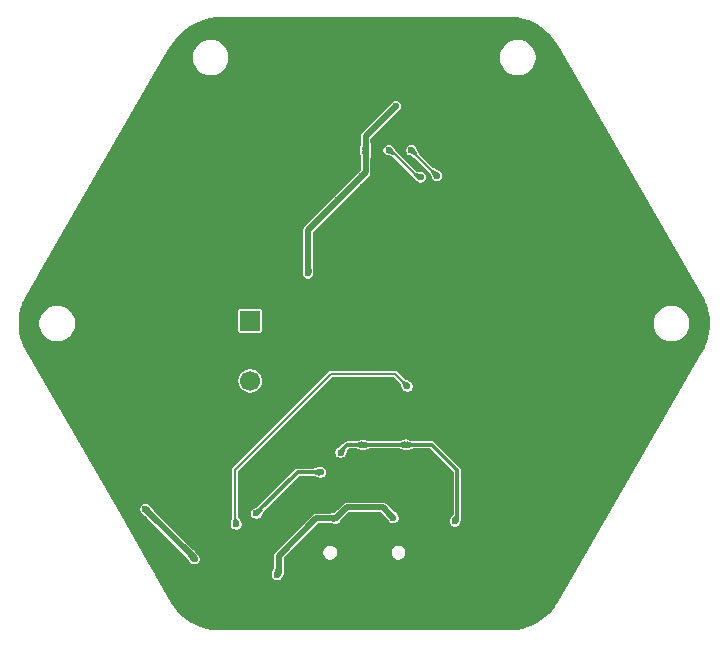
<source format=gbr>
%TF.GenerationSoftware,KiCad,Pcbnew,9.0.4-9.0.4-0~ubuntu22.04.1*%
%TF.CreationDate,2025-09-16T22:55:19+03:00*%
%TF.ProjectId,hexaGenMini-v1,68657861-4765-46e4-9d69-6e692d76312e,rev?*%
%TF.SameCoordinates,Original*%
%TF.FileFunction,Copper,L2,Bot*%
%TF.FilePolarity,Positive*%
%FSLAX46Y46*%
G04 Gerber Fmt 4.6, Leading zero omitted, Abs format (unit mm)*
G04 Created by KiCad (PCBNEW 9.0.4-9.0.4-0~ubuntu22.04.1) date 2025-09-16 22:55:19*
%MOMM*%
%LPD*%
G01*
G04 APERTURE LIST*
G04 Aperture macros list*
%AMRoundRect*
0 Rectangle with rounded corners*
0 $1 Rounding radius*
0 $2 $3 $4 $5 $6 $7 $8 $9 X,Y pos of 4 corners*
0 Add a 4 corners polygon primitive as box body*
4,1,4,$2,$3,$4,$5,$6,$7,$8,$9,$2,$3,0*
0 Add four circle primitives for the rounded corners*
1,1,$1+$1,$2,$3*
1,1,$1+$1,$4,$5*
1,1,$1+$1,$6,$7*
1,1,$1+$1,$8,$9*
0 Add four rect primitives between the rounded corners*
20,1,$1+$1,$2,$3,$4,$5,0*
20,1,$1+$1,$4,$5,$6,$7,0*
20,1,$1+$1,$6,$7,$8,$9,0*
20,1,$1+$1,$8,$9,$2,$3,0*%
G04 Aperture macros list end*
%TA.AperFunction,ComponentPad*%
%ADD10R,1.700000X1.700000*%
%TD*%
%TA.AperFunction,ComponentPad*%
%ADD11C,1.700000*%
%TD*%
%TA.AperFunction,SMDPad,CuDef*%
%ADD12RoundRect,0.250000X-1.173141X1.168061X-1.598141X0.431939X1.173141X-1.168061X1.598141X-0.431939X0*%
%TD*%
%TA.AperFunction,SMDPad,CuDef*%
%ADD13RoundRect,0.250000X1.598141X0.431939X1.173141X1.168061X-1.598141X-0.431939X-1.173141X-1.168061X0*%
%TD*%
%TA.AperFunction,HeatsinkPad*%
%ADD14O,1.000000X2.100000*%
%TD*%
%TA.AperFunction,HeatsinkPad*%
%ADD15O,1.000000X1.600000*%
%TD*%
%TA.AperFunction,ViaPad*%
%ADD16C,0.600000*%
%TD*%
%TA.AperFunction,Conductor*%
%ADD17C,0.500000*%
%TD*%
%TA.AperFunction,Conductor*%
%ADD18C,0.200000*%
%TD*%
%TA.AperFunction,Conductor*%
%ADD19C,0.300000*%
%TD*%
G04 APERTURE END LIST*
D10*
%TO.P,J3,1,Pin_1*%
%TO.N,/MCU/SWCLK*%
X150310000Y-83780000D03*
D11*
%TO.P,J3,2,Pin_2*%
%TO.N,GND*%
X150310000Y-86320000D03*
%TO.P,J3,3,Pin_3*%
%TO.N,/MCU/SWD*%
X150310000Y-88860000D03*
%TD*%
D12*
%TO.P,J2,2,Ext*%
%TO.N,GND*%
X139026546Y-73071522D03*
X141851546Y-68178478D03*
%TD*%
D13*
%TO.P,J1,2,Ext*%
%TO.N,GND*%
X178093534Y-68178478D03*
X180918534Y-73071522D03*
%TD*%
D14*
%TO.P,J4,S1,SHIELD*%
%TO.N,GND*%
X155652540Y-102870000D03*
D15*
X155652540Y-107050000D03*
D14*
X164292540Y-102870000D03*
D15*
X164292540Y-107050000D03*
%TD*%
D16*
%TO.N,+5V*%
X157745000Y-73555000D03*
X162650000Y-65600000D03*
X160100000Y-69350000D03*
X159790000Y-71510000D03*
X155220000Y-79740000D03*
X145600000Y-103940000D03*
X141450000Y-99707500D03*
%TO.N,GND*%
X160050000Y-90670000D03*
X178130000Y-72230000D03*
X160920000Y-63090000D03*
X148180000Y-66120000D03*
X153640000Y-73620000D03*
X167710000Y-77150000D03*
X162760000Y-79740000D03*
X137530000Y-79740000D03*
X153130000Y-66210000D03*
X160960000Y-87230000D03*
X155820000Y-85010000D03*
X169600000Y-71160000D03*
X165380000Y-69670000D03*
X154050000Y-79740000D03*
X170220000Y-99130000D03*
X178140000Y-69640000D03*
X143390000Y-71230000D03*
X148370000Y-75650000D03*
X170530000Y-69520000D03*
X142470000Y-71240000D03*
X140210000Y-72110000D03*
X145730000Y-84500000D03*
X165990000Y-73240000D03*
X175110000Y-79740000D03*
X155850000Y-94630000D03*
X158320000Y-71460000D03*
X152740000Y-77620000D03*
X150370000Y-73560000D03*
X160620000Y-89740000D03*
X150670000Y-75660000D03*
X140450000Y-79740000D03*
X155070000Y-73840000D03*
X136130000Y-90100000D03*
X135340000Y-79740000D03*
X157800000Y-70270000D03*
X168810000Y-100820000D03*
X169120000Y-90410000D03*
X162100000Y-92740000D03*
X168640000Y-108410000D03*
X158810000Y-89440000D03*
X154210000Y-77660000D03*
X156010000Y-69220000D03*
X158890000Y-86240000D03*
X172030000Y-69500000D03*
X149520000Y-74450000D03*
X172520000Y-79740000D03*
X176340000Y-71190000D03*
X159890000Y-100490000D03*
X152420000Y-79740000D03*
X160490000Y-108160000D03*
X146740000Y-87580000D03*
X168810000Y-98010000D03*
X168330000Y-69530000D03*
X166690000Y-69690000D03*
X165660000Y-79740000D03*
X161020000Y-69360000D03*
X155150000Y-66320000D03*
X160140000Y-92760000D03*
X150220000Y-79740000D03*
X149960000Y-66230000D03*
X151740000Y-76690000D03*
X151620000Y-66200000D03*
X148590000Y-73560000D03*
X136930000Y-92830000D03*
X156210000Y-77660000D03*
X171370000Y-71110000D03*
X141550000Y-69660000D03*
X149750000Y-77000000D03*
X180450000Y-79740000D03*
X147120000Y-74420000D03*
X152520000Y-69000000D03*
X147920000Y-79740000D03*
X171830000Y-105160000D03*
X167130000Y-106310000D03*
X173860000Y-69500000D03*
X174860000Y-71150000D03*
X172020000Y-99570000D03*
X171440000Y-97310000D03*
X169340000Y-78420000D03*
X183520000Y-79740000D03*
X173590000Y-93990000D03*
X143910000Y-69580000D03*
X142230000Y-73080000D03*
X145550000Y-79740000D03*
X180860000Y-71360000D03*
X162150000Y-89160000D03*
X146380000Y-67870000D03*
X151970000Y-73600000D03*
X177460000Y-79740000D03*
X140070000Y-68810000D03*
X143960000Y-73180000D03*
X179540000Y-68940000D03*
X159420000Y-63990000D03*
X145700000Y-73280000D03*
X161540000Y-106520000D03*
X145520000Y-89960000D03*
X143190000Y-79740000D03*
X141870000Y-85550000D03*
X145000000Y-69000000D03*
X173270000Y-71160000D03*
X138690000Y-71280000D03*
X143000000Y-88040000D03*
X150910000Y-78270000D03*
X170990000Y-100910000D03*
X149250000Y-68980000D03*
X175390000Y-69500000D03*
X156150000Y-67960000D03*
X164200000Y-72890000D03*
X162240000Y-71350000D03*
X146520000Y-66430000D03*
X179560000Y-72080000D03*
X168670000Y-75640000D03*
X161150000Y-91750000D03*
X162050000Y-90770000D03*
X146300000Y-69080000D03*
%TO.N,+3.3V*%
X157980000Y-94920000D03*
X167660000Y-100740000D03*
X159860000Y-94270000D03*
X156280000Y-96590000D03*
X163500000Y-94260000D03*
X150842500Y-100080000D03*
%TO.N,VBUS*%
X157570000Y-100490000D03*
X162440000Y-100450000D03*
X152592500Y-105270000D03*
%TO.N,/CONNECTOR/USB_VBUS_PIN*%
X149130000Y-101010000D03*
X163620000Y-89320000D03*
%TO.N,/DDS/DDS_FQ_UD*%
X164740000Y-71610000D03*
X162050000Y-69310000D03*
%TO.N,/DDS/DDS_W_CLK*%
X163970000Y-69330000D03*
X166120000Y-71480000D03*
%TD*%
D17*
%TO.N,+5V*%
X160100000Y-71200000D02*
X159790000Y-71510000D01*
X155220000Y-76080000D02*
X155220000Y-79740000D01*
X145600000Y-103857500D02*
X141450000Y-99707500D01*
X145600000Y-103940000D02*
X145600000Y-103857500D01*
X160100000Y-69350000D02*
X160100000Y-68150000D01*
X157745000Y-73555000D02*
X155220000Y-76080000D01*
X159790000Y-71510000D02*
X157745000Y-73555000D01*
X160100000Y-69350000D02*
X160100000Y-71200000D01*
X160100000Y-68150000D02*
X162650000Y-65600000D01*
D18*
%TO.N,GND*%
X160050000Y-90670000D02*
X160070000Y-90670000D01*
X160070000Y-90670000D02*
X161150000Y-91750000D01*
D19*
%TO.N,+3.3V*%
X167850000Y-100550000D02*
X167850000Y-96400000D01*
X159860000Y-94270000D02*
X158540000Y-94270000D01*
X154332500Y-96590000D02*
X156280000Y-96590000D01*
X157980000Y-94830000D02*
X157980000Y-94920000D01*
X167660000Y-100740000D02*
X167850000Y-100550000D01*
X150842500Y-100080000D02*
X154332500Y-96590000D01*
X165710000Y-94260000D02*
X163500000Y-94260000D01*
X158540000Y-94270000D02*
X157980000Y-94830000D01*
X163490000Y-94270000D02*
X163500000Y-94260000D01*
X159860000Y-94270000D02*
X163490000Y-94270000D01*
X167850000Y-96400000D02*
X165710000Y-94260000D01*
D17*
%TO.N,VBUS*%
X158470000Y-99560000D02*
X161560000Y-99560000D01*
X157570000Y-100490000D02*
X157570000Y-100460000D01*
X157570000Y-100490000D02*
X155910000Y-100490000D01*
X152750000Y-105112500D02*
X152592500Y-105270000D01*
X152642500Y-105320000D02*
X152592500Y-105270000D01*
X161560000Y-99560000D02*
X162440000Y-100440000D01*
X152750000Y-103650000D02*
X152750000Y-105112500D01*
X155910000Y-100490000D02*
X152750000Y-103650000D01*
X162440000Y-100440000D02*
X162440000Y-100450000D01*
X157570000Y-100460000D02*
X158470000Y-99560000D01*
D18*
%TO.N,/CONNECTOR/USB_VBUS_PIN*%
X149010000Y-96400000D02*
X149010000Y-100890000D01*
X162560000Y-88260000D02*
X157150000Y-88260000D01*
X149010000Y-100890000D02*
X149130000Y-101010000D01*
X157150000Y-88260000D02*
X149010000Y-96400000D01*
X163620000Y-89320000D02*
X162560000Y-88260000D01*
%TO.N,/DDS/DDS_FQ_UD*%
X162050000Y-69310000D02*
X162200000Y-69310000D01*
X162200000Y-69310000D02*
X164500000Y-71610000D01*
X164500000Y-71610000D02*
X164740000Y-71610000D01*
%TO.N,/DDS/DDS_W_CLK*%
X163970000Y-69330000D02*
X166120000Y-71480000D01*
%TD*%
%TA.AperFunction,Conductor*%
%TO.N,GND*%
G36*
X172224667Y-58019714D02*
G01*
X172224769Y-58019700D01*
X172273983Y-58019760D01*
X172279242Y-58019878D01*
X172642053Y-58035721D01*
X172648417Y-58036163D01*
X172737617Y-58044681D01*
X172741854Y-58045163D01*
X173058878Y-58086903D01*
X173066094Y-58088072D01*
X173141744Y-58102653D01*
X173144987Y-58103324D01*
X173470795Y-58175556D01*
X173478859Y-58177632D01*
X173525162Y-58191228D01*
X173527508Y-58191942D01*
X173832902Y-58288235D01*
X173870666Y-58300142D01*
X173880832Y-58303842D01*
X174247709Y-58455811D01*
X174257513Y-58460383D01*
X174609746Y-58643747D01*
X174619114Y-58649156D01*
X174954027Y-58862522D01*
X174962888Y-58868727D01*
X175277921Y-59110463D01*
X175286208Y-59117416D01*
X175552425Y-59361362D01*
X175554219Y-59363040D01*
X175587936Y-59395188D01*
X175593784Y-59401152D01*
X175761338Y-59584007D01*
X175820249Y-59648297D01*
X175822539Y-59650868D01*
X175871777Y-59707692D01*
X175876440Y-59713408D01*
X176072079Y-59968371D01*
X176074710Y-59971929D01*
X176125484Y-60043230D01*
X176129058Y-60048533D01*
X176325057Y-60356192D01*
X176327863Y-60360817D01*
X176353603Y-60405399D01*
X176353654Y-60405465D01*
X188602695Y-81621429D01*
X188602696Y-81621431D01*
X188602697Y-81621432D01*
X188609748Y-81633645D01*
X188612350Y-81638388D01*
X188781905Y-81964104D01*
X188784710Y-81969850D01*
X188822402Y-82052386D01*
X188824168Y-82056443D01*
X188947804Y-82354927D01*
X188950423Y-82361825D01*
X188975981Y-82435672D01*
X188977062Y-82438940D01*
X189078430Y-82760439D01*
X189080674Y-82768493D01*
X189092296Y-82816401D01*
X189092852Y-82818795D01*
X189171535Y-83173710D01*
X189173413Y-83184364D01*
X189176982Y-83211470D01*
X189204760Y-83422473D01*
X189225836Y-83582558D01*
X189226778Y-83593333D01*
X189238915Y-83871312D01*
X189244298Y-83994591D01*
X189244298Y-84005406D01*
X189239364Y-84118407D01*
X189226779Y-84406666D01*
X189225836Y-84417442D01*
X189173412Y-84815636D01*
X189171534Y-84826290D01*
X189092851Y-85181205D01*
X189092295Y-85183599D01*
X189080673Y-85231507D01*
X189078429Y-85239561D01*
X188977064Y-85561051D01*
X188975983Y-85564319D01*
X188950422Y-85638175D01*
X188947803Y-85645073D01*
X188824164Y-85943565D01*
X188822398Y-85947623D01*
X188784709Y-86030151D01*
X188781904Y-86035896D01*
X188612353Y-86361607D01*
X188609750Y-86366351D01*
X176348214Y-107603938D01*
X176345607Y-107608249D01*
X176148073Y-107920377D01*
X176144505Y-107925704D01*
X176093844Y-107997279D01*
X176091214Y-108000858D01*
X175893035Y-108260600D01*
X175888373Y-108266346D01*
X175839578Y-108322950D01*
X175837288Y-108325533D01*
X175607435Y-108577626D01*
X175601577Y-108583630D01*
X175569100Y-108614737D01*
X175567303Y-108616424D01*
X175296814Y-108865386D01*
X175288518Y-108872377D01*
X174969774Y-109117950D01*
X174960897Y-109124190D01*
X174621894Y-109340965D01*
X174612506Y-109346404D01*
X174255869Y-109532705D01*
X174246042Y-109537304D01*
X173874463Y-109691726D01*
X173864270Y-109695447D01*
X173513832Y-109806288D01*
X173511474Y-109807008D01*
X173468262Y-109819736D01*
X173460142Y-109821832D01*
X173127181Y-109895872D01*
X173123801Y-109896575D01*
X173050373Y-109910770D01*
X173043069Y-109911957D01*
X172719182Y-109954723D01*
X172714771Y-109955225D01*
X172627473Y-109963585D01*
X172621076Y-109964031D01*
X172252185Y-109980181D01*
X172246761Y-109980300D01*
X147709242Y-109980300D01*
X147703851Y-109980183D01*
X147338441Y-109964282D01*
X147332084Y-109963841D01*
X147241363Y-109955207D01*
X147236977Y-109954711D01*
X146918299Y-109912892D01*
X146911040Y-109911719D01*
X146833758Y-109896873D01*
X146830397Y-109896179D01*
X146503025Y-109823842D01*
X146494954Y-109821772D01*
X146446868Y-109807701D01*
X146444521Y-109806989D01*
X146099522Y-109698581D01*
X146089384Y-109694904D01*
X145719305Y-109542153D01*
X145709526Y-109537610D01*
X145354103Y-109353278D01*
X145344756Y-109347902D01*
X145006707Y-109133397D01*
X144997871Y-109127236D01*
X144679708Y-108884150D01*
X144671448Y-108877249D01*
X144658440Y-108865386D01*
X144404286Y-108633594D01*
X144402500Y-108631933D01*
X144366097Y-108597390D01*
X144360248Y-108591454D01*
X144133121Y-108344894D01*
X144130831Y-108342338D01*
X144079110Y-108282976D01*
X144074446Y-108277291D01*
X144065997Y-108266346D01*
X143878037Y-108022859D01*
X143875417Y-108019337D01*
X143822338Y-107945271D01*
X143818760Y-107939998D01*
X143621767Y-107632942D01*
X143618748Y-107627984D01*
X142254226Y-105264564D01*
X142223122Y-105210691D01*
X152142000Y-105210691D01*
X152142000Y-105329309D01*
X152172701Y-105443886D01*
X152232011Y-105546613D01*
X152315887Y-105630489D01*
X152418614Y-105689799D01*
X152533191Y-105720500D01*
X152582161Y-105720500D01*
X152582177Y-105720501D01*
X152589773Y-105720501D01*
X152695224Y-105720501D01*
X152695227Y-105720501D01*
X152797088Y-105693207D01*
X152888413Y-105640480D01*
X152962980Y-105565913D01*
X153015707Y-105474588D01*
X153029582Y-105422802D01*
X153061678Y-105367214D01*
X153070480Y-105358413D01*
X153123207Y-105267087D01*
X153150501Y-105165227D01*
X153150501Y-105059773D01*
X153150501Y-105052178D01*
X153150500Y-105052160D01*
X153150500Y-104757749D01*
X153152285Y-104744839D01*
X153152481Y-104742709D01*
X153150500Y-104729644D01*
X153150500Y-103867255D01*
X153170185Y-103800216D01*
X153186819Y-103779574D01*
X153642686Y-103323707D01*
X156503040Y-103323707D01*
X156503040Y-103476293D01*
X156539292Y-103611587D01*
X156542533Y-103623681D01*
X156618822Y-103755817D01*
X156618824Y-103755819D01*
X156618825Y-103755821D01*
X156726719Y-103863715D01*
X156726720Y-103863716D01*
X156726722Y-103863717D01*
X156858858Y-103940006D01*
X156858859Y-103940006D01*
X156858862Y-103940008D01*
X157006247Y-103979500D01*
X157006250Y-103979500D01*
X157158830Y-103979500D01*
X157158833Y-103979500D01*
X157306218Y-103940008D01*
X157438361Y-103863715D01*
X157546255Y-103755821D01*
X157622548Y-103623678D01*
X157662040Y-103476293D01*
X157662040Y-103323707D01*
X162283040Y-103323707D01*
X162283040Y-103476293D01*
X162319292Y-103611587D01*
X162322533Y-103623681D01*
X162398822Y-103755817D01*
X162398824Y-103755819D01*
X162398825Y-103755821D01*
X162506719Y-103863715D01*
X162506720Y-103863716D01*
X162506722Y-103863717D01*
X162638858Y-103940006D01*
X162638859Y-103940006D01*
X162638862Y-103940008D01*
X162786247Y-103979500D01*
X162786250Y-103979500D01*
X162938830Y-103979500D01*
X162938833Y-103979500D01*
X163086218Y-103940008D01*
X163218361Y-103863715D01*
X163326255Y-103755821D01*
X163402548Y-103623678D01*
X163442040Y-103476293D01*
X163442040Y-103323707D01*
X163402548Y-103176322D01*
X163326255Y-103044179D01*
X163218361Y-102936285D01*
X163218359Y-102936284D01*
X163218357Y-102936282D01*
X163086221Y-102859993D01*
X163086222Y-102859993D01*
X163074135Y-102856754D01*
X162938833Y-102820500D01*
X162786247Y-102820500D01*
X162650944Y-102856754D01*
X162638858Y-102859993D01*
X162506722Y-102936282D01*
X162506716Y-102936287D01*
X162398827Y-103044176D01*
X162398822Y-103044182D01*
X162322533Y-103176318D01*
X162322532Y-103176322D01*
X162283040Y-103323707D01*
X157662040Y-103323707D01*
X157622548Y-103176322D01*
X157546255Y-103044179D01*
X157438361Y-102936285D01*
X157438359Y-102936284D01*
X157438357Y-102936282D01*
X157306221Y-102859993D01*
X157306222Y-102859993D01*
X157294135Y-102856754D01*
X157158833Y-102820500D01*
X157006247Y-102820500D01*
X156870944Y-102856754D01*
X156858858Y-102859993D01*
X156726722Y-102936282D01*
X156726716Y-102936287D01*
X156618827Y-103044176D01*
X156618822Y-103044182D01*
X156542533Y-103176318D01*
X156542532Y-103176322D01*
X156503040Y-103323707D01*
X153642686Y-103323707D01*
X156039574Y-100926819D01*
X156100897Y-100893334D01*
X156127255Y-100890500D01*
X156937584Y-100890500D01*
X156971699Y-100895285D01*
X156973704Y-100895859D01*
X157202218Y-100914728D01*
X157493473Y-100938779D01*
X157493429Y-100939310D01*
X157502492Y-100940509D01*
X157502633Y-100939439D01*
X157510689Y-100940500D01*
X157510691Y-100940500D01*
X157629306Y-100940500D01*
X157629309Y-100940500D01*
X157743886Y-100909799D01*
X157846613Y-100850489D01*
X157930489Y-100766613D01*
X157930494Y-100766603D01*
X157935433Y-100760169D01*
X157935741Y-100760405D01*
X157946143Y-100746515D01*
X157948575Y-100743965D01*
X157948585Y-100743957D01*
X158268060Y-100335556D01*
X158268083Y-100335512D01*
X158268122Y-100335460D01*
X158270882Y-100331256D01*
X158271137Y-100331423D01*
X158289347Y-100307044D01*
X158599575Y-99996816D01*
X158660897Y-99963334D01*
X158687255Y-99960500D01*
X161342745Y-99960500D01*
X161409784Y-99980185D01*
X161430426Y-99996819D01*
X161713242Y-100279635D01*
X161731249Y-100303845D01*
X161731465Y-100303701D01*
X161734490Y-100308202D01*
X161734758Y-100308562D01*
X161734865Y-100308760D01*
X162041780Y-100680691D01*
X162063913Y-100707512D01*
X162064069Y-100707671D01*
X162064350Y-100708041D01*
X162067276Y-100711587D01*
X162067131Y-100711705D01*
X162073924Y-100720653D01*
X162074563Y-100720164D01*
X162079509Y-100726610D01*
X162079511Y-100726613D01*
X162163387Y-100810489D01*
X162266114Y-100869799D01*
X162380691Y-100900500D01*
X162380694Y-100900500D01*
X162499306Y-100900500D01*
X162499309Y-100900500D01*
X162613886Y-100869799D01*
X162716613Y-100810489D01*
X162800489Y-100726613D01*
X162859799Y-100623886D01*
X162890500Y-100509309D01*
X162890500Y-100390691D01*
X162859799Y-100276114D01*
X162800489Y-100173387D01*
X162716613Y-100089511D01*
X162716612Y-100089510D01*
X162712370Y-100086255D01*
X162705786Y-100080309D01*
X162705605Y-100080518D01*
X162421208Y-99833022D01*
X162311905Y-99737901D01*
X162306374Y-99734607D01*
X162282147Y-99715754D01*
X161805915Y-99239522D01*
X161805913Y-99239520D01*
X161760250Y-99213156D01*
X161714589Y-99186793D01*
X161663657Y-99173146D01*
X161612727Y-99159500D01*
X158522727Y-99159500D01*
X158417273Y-99159500D01*
X158315410Y-99186793D01*
X158224087Y-99239520D01*
X158224084Y-99239522D01*
X157714806Y-99748799D01*
X157691528Y-99767081D01*
X157685020Y-99771035D01*
X157685016Y-99771039D01*
X157411691Y-100021838D01*
X157348987Y-100052659D01*
X157338061Y-100054052D01*
X156973706Y-100084138D01*
X156973702Y-100084139D01*
X156968967Y-100085390D01*
X156937308Y-100089500D01*
X155857273Y-100089500D01*
X155755410Y-100116793D01*
X155664087Y-100169520D01*
X155664084Y-100169522D01*
X152429522Y-103404084D01*
X152429518Y-103404090D01*
X152376792Y-103495413D01*
X152376791Y-103495413D01*
X152365236Y-103538544D01*
X152365236Y-103538545D01*
X152349500Y-103597273D01*
X152349500Y-104649703D01*
X152340320Y-104696525D01*
X152191809Y-105060712D01*
X152188608Y-105068561D01*
X152172701Y-105096114D01*
X152163748Y-105129521D01*
X152160814Y-105136719D01*
X152159614Y-105139661D01*
X152154729Y-105153462D01*
X152154726Y-105153471D01*
X152154103Y-105155536D01*
X152153090Y-105161378D01*
X152151656Y-105170499D01*
X152151216Y-105175943D01*
X152150686Y-105178270D01*
X152142000Y-105210691D01*
X142223122Y-105210691D01*
X141913271Y-104674014D01*
X139011609Y-99648191D01*
X140999500Y-99648191D01*
X140999500Y-99766809D01*
X141030201Y-99881386D01*
X141089511Y-99984113D01*
X141173387Y-100067989D01*
X141173389Y-100067990D01*
X141179722Y-100072849D01*
X141186006Y-100078449D01*
X141186084Y-100078358D01*
X141190731Y-100082296D01*
X141190732Y-100082297D01*
X141584659Y-100416129D01*
X141584661Y-100416130D01*
X141588886Y-100418590D01*
X141614178Y-100438071D01*
X144901543Y-103725436D01*
X144916962Y-103746068D01*
X144917626Y-103745618D01*
X144921045Y-103750657D01*
X144921046Y-103750658D01*
X145167531Y-104113886D01*
X145215387Y-104184407D01*
X145216508Y-104185518D01*
X145219084Y-104188859D01*
X145219225Y-104189029D01*
X145219218Y-104189034D01*
X145236615Y-104211598D01*
X145239511Y-104216613D01*
X145323387Y-104300489D01*
X145426114Y-104359799D01*
X145540691Y-104390500D01*
X145540694Y-104390500D01*
X145659306Y-104390500D01*
X145659309Y-104390500D01*
X145773886Y-104359799D01*
X145876613Y-104300489D01*
X145960489Y-104216613D01*
X146019799Y-104113886D01*
X146050500Y-103999309D01*
X146050500Y-103880691D01*
X146019799Y-103766114D01*
X145960489Y-103663387D01*
X145948130Y-103651028D01*
X145928426Y-103625350D01*
X145920480Y-103611587D01*
X145670035Y-103361142D01*
X145668207Y-103359275D01*
X145518411Y-103202865D01*
X145518385Y-103202838D01*
X145518335Y-103202786D01*
X145516988Y-103201398D01*
X145516806Y-103201214D01*
X145506141Y-103194022D01*
X145487786Y-103178893D01*
X143259584Y-100950691D01*
X148679500Y-100950691D01*
X148679500Y-101069309D01*
X148710201Y-101183886D01*
X148769511Y-101286613D01*
X148853387Y-101370489D01*
X148956114Y-101429799D01*
X149070691Y-101460500D01*
X149070694Y-101460500D01*
X149189306Y-101460500D01*
X149189309Y-101460500D01*
X149303886Y-101429799D01*
X149406613Y-101370489D01*
X149490489Y-101286613D01*
X149549799Y-101183886D01*
X149580500Y-101069309D01*
X149580500Y-100950691D01*
X149549799Y-100836114D01*
X149515736Y-100777117D01*
X149508626Y-100762721D01*
X149507663Y-100760405D01*
X149502117Y-100747062D01*
X149419580Y-100623887D01*
X149281488Y-100417803D01*
X149260523Y-100351153D01*
X149260500Y-100348777D01*
X149260500Y-100020691D01*
X150392000Y-100020691D01*
X150392000Y-100139309D01*
X150422701Y-100253886D01*
X150482011Y-100356613D01*
X150565887Y-100440489D01*
X150668614Y-100499799D01*
X150783191Y-100530500D01*
X150783194Y-100530500D01*
X150901806Y-100530500D01*
X150901809Y-100530500D01*
X151016386Y-100499799D01*
X151119113Y-100440489D01*
X151202989Y-100356613D01*
X151212109Y-100340814D01*
X151226167Y-100321174D01*
X151232921Y-100313455D01*
X151235626Y-100308758D01*
X151313566Y-100173384D01*
X151494670Y-99858827D01*
X151514443Y-99833026D01*
X154420652Y-96926819D01*
X154481975Y-96893334D01*
X154508333Y-96890500D01*
X155630226Y-96890500D01*
X155662462Y-96894763D01*
X156169008Y-97031147D01*
X156173796Y-97032355D01*
X156174518Y-97032525D01*
X156177060Y-97032573D01*
X156206792Y-97036775D01*
X156220691Y-97040500D01*
X156220693Y-97040500D01*
X156339306Y-97040500D01*
X156339309Y-97040500D01*
X156453886Y-97009799D01*
X156556613Y-96950489D01*
X156640489Y-96866613D01*
X156699799Y-96763886D01*
X156730500Y-96649309D01*
X156730500Y-96530691D01*
X156699799Y-96416114D01*
X156640489Y-96313387D01*
X156556613Y-96229511D01*
X156453886Y-96170201D01*
X156339309Y-96139500D01*
X156220691Y-96139500D01*
X156220689Y-96139500D01*
X156203078Y-96144219D01*
X156179253Y-96148167D01*
X156169009Y-96148851D01*
X155776169Y-96254620D01*
X155662459Y-96285236D01*
X155630223Y-96289500D01*
X154292938Y-96289500D01*
X154225539Y-96307559D01*
X154216507Y-96309980D01*
X154161689Y-96341630D01*
X154147992Y-96349537D01*
X154147987Y-96349541D01*
X151089477Y-99408050D01*
X151063667Y-99427831D01*
X150609000Y-99689603D01*
X150604639Y-99692212D01*
X150604000Y-99692608D01*
X150602239Y-99694306D01*
X150578203Y-99712399D01*
X150565893Y-99719506D01*
X150565884Y-99719513D01*
X150482013Y-99803384D01*
X150482011Y-99803387D01*
X150422701Y-99906114D01*
X150392000Y-100020691D01*
X149260500Y-100020691D01*
X149260500Y-96555123D01*
X149280185Y-96488084D01*
X149296819Y-96467442D01*
X150903570Y-94860691D01*
X157529500Y-94860691D01*
X157529500Y-94979309D01*
X157560201Y-95093886D01*
X157619511Y-95196613D01*
X157703387Y-95280489D01*
X157806114Y-95339799D01*
X157920691Y-95370500D01*
X157920694Y-95370500D01*
X158039306Y-95370500D01*
X158039309Y-95370500D01*
X158153886Y-95339799D01*
X158256613Y-95280489D01*
X158340489Y-95196613D01*
X158364814Y-95154480D01*
X158377402Y-95136481D01*
X158384387Y-95120579D01*
X158399799Y-95093886D01*
X158403118Y-95081493D01*
X158409359Y-95063731D01*
X158586542Y-94660387D01*
X158590383Y-94654770D01*
X158591240Y-94650832D01*
X158612392Y-94622578D01*
X158628155Y-94606816D01*
X158689479Y-94573333D01*
X158715833Y-94570500D01*
X159210226Y-94570500D01*
X159242462Y-94574763D01*
X159749008Y-94711147D01*
X159753796Y-94712355D01*
X159754518Y-94712525D01*
X159772183Y-94712861D01*
X159800691Y-94720500D01*
X159919309Y-94720500D01*
X159948648Y-94712638D01*
X159970991Y-94711147D01*
X160299949Y-94622578D01*
X160477538Y-94574764D01*
X160509776Y-94570500D01*
X162851323Y-94570500D01*
X162881462Y-94574219D01*
X163187213Y-94650832D01*
X163391794Y-94702095D01*
X163395153Y-94702897D01*
X163395673Y-94703015D01*
X163395672Y-94703015D01*
X163395677Y-94703016D01*
X163413778Y-94703288D01*
X163440691Y-94710500D01*
X163559309Y-94710500D01*
X163588648Y-94702638D01*
X163610991Y-94701147D01*
X163998480Y-94596819D01*
X164117538Y-94564764D01*
X164149776Y-94560500D01*
X165534167Y-94560500D01*
X165601206Y-94580185D01*
X165621848Y-94596819D01*
X167513181Y-96488152D01*
X167546666Y-96549475D01*
X167549500Y-96575833D01*
X167549500Y-100109132D01*
X167529815Y-100176171D01*
X167522080Y-100186903D01*
X167415122Y-100319730D01*
X167297428Y-100465888D01*
X167293921Y-100470441D01*
X167293278Y-100471277D01*
X167292708Y-100472052D01*
X167289481Y-100479343D01*
X167283481Y-100491150D01*
X167240202Y-100566110D01*
X167240201Y-100566114D01*
X167209500Y-100680691D01*
X167209500Y-100799309D01*
X167240201Y-100913886D01*
X167299511Y-101016613D01*
X167383387Y-101100489D01*
X167486114Y-101159799D01*
X167600691Y-101190500D01*
X167600694Y-101190500D01*
X167719306Y-101190500D01*
X167719309Y-101190500D01*
X167833886Y-101159799D01*
X167936613Y-101100489D01*
X168020489Y-101016613D01*
X168079799Y-100913886D01*
X168110500Y-100799309D01*
X168110500Y-100799305D01*
X168110520Y-100799147D01*
X168110878Y-100790009D01*
X168114240Y-100747062D01*
X168116914Y-100712894D01*
X168128890Y-100674318D01*
X168126911Y-100673499D01*
X168130020Y-100665991D01*
X168130019Y-100665991D01*
X168130022Y-100665988D01*
X168150500Y-100589562D01*
X168150500Y-100510438D01*
X168150500Y-100283846D01*
X168154039Y-100238636D01*
X168154392Y-100232628D01*
X168154428Y-100231715D01*
X168150500Y-100209710D01*
X168150500Y-96360438D01*
X168130021Y-96284011D01*
X168098556Y-96229511D01*
X168090464Y-96215495D01*
X168090458Y-96215487D01*
X165894512Y-94019541D01*
X165894507Y-94019537D01*
X165880812Y-94011630D01*
X165880810Y-94011630D01*
X165843308Y-93989978D01*
X165825990Y-93979979D01*
X165800513Y-93973152D01*
X165749562Y-93959500D01*
X165749560Y-93959500D01*
X164149776Y-93959500D01*
X164117539Y-93955236D01*
X164030324Y-93931754D01*
X163610981Y-93818848D01*
X163606242Y-93817653D01*
X163605908Y-93817574D01*
X163605481Y-93817474D01*
X163605479Y-93817473D01*
X163605473Y-93817473D01*
X163604663Y-93817457D01*
X163604612Y-93817457D01*
X163587812Y-93817137D01*
X163559309Y-93809500D01*
X163440691Y-93809500D01*
X163409340Y-93817900D01*
X163393662Y-93819219D01*
X163393651Y-93819220D01*
X163386262Y-93819842D01*
X162883266Y-93964660D01*
X162848959Y-93969500D01*
X160509776Y-93969500D01*
X160477539Y-93965236D01*
X160390324Y-93941754D01*
X159970981Y-93828848D01*
X159966242Y-93827653D01*
X159965908Y-93827574D01*
X159965481Y-93827474D01*
X159965479Y-93827473D01*
X159965473Y-93827473D01*
X159964438Y-93827453D01*
X159964391Y-93827453D01*
X159947812Y-93827137D01*
X159919309Y-93819500D01*
X159800691Y-93819500D01*
X159771356Y-93827360D01*
X159755420Y-93828423D01*
X159755402Y-93828424D01*
X159749009Y-93828851D01*
X159356169Y-93934620D01*
X159242459Y-93965236D01*
X159210223Y-93969500D01*
X158500438Y-93969500D01*
X158424010Y-93989978D01*
X158355489Y-94029540D01*
X158355486Y-94029542D01*
X158174811Y-94210217D01*
X158150594Y-94229064D01*
X158147227Y-94231069D01*
X157729988Y-94538805D01*
X157725727Y-94542600D01*
X157725262Y-94542078D01*
X157709730Y-94554419D01*
X157709838Y-94554560D01*
X157703387Y-94559510D01*
X157619513Y-94643384D01*
X157619511Y-94643387D01*
X157579529Y-94712638D01*
X157560201Y-94746114D01*
X157529500Y-94860691D01*
X150903570Y-94860691D01*
X157217442Y-88546819D01*
X157278765Y-88513334D01*
X157305123Y-88510500D01*
X162404877Y-88510500D01*
X162471916Y-88530185D01*
X162492558Y-88546819D01*
X162978204Y-89032465D01*
X163002841Y-89067603D01*
X163192812Y-89473691D01*
X163192811Y-89473691D01*
X163197441Y-89483589D01*
X163200201Y-89493886D01*
X163211049Y-89512677D01*
X163213307Y-89517502D01*
X163213311Y-89517510D01*
X163223962Y-89540277D01*
X163229253Y-89550566D01*
X163229262Y-89550583D01*
X163230111Y-89552093D01*
X163230113Y-89552096D01*
X163230629Y-89552655D01*
X163246882Y-89574740D01*
X163259511Y-89596613D01*
X163343387Y-89680489D01*
X163446114Y-89739799D01*
X163560691Y-89770500D01*
X163560694Y-89770500D01*
X163679306Y-89770500D01*
X163679309Y-89770500D01*
X163793886Y-89739799D01*
X163896613Y-89680489D01*
X163980489Y-89596613D01*
X164039799Y-89493886D01*
X164070500Y-89379309D01*
X164070500Y-89260691D01*
X164039799Y-89146114D01*
X163980489Y-89043387D01*
X163896613Y-88959511D01*
X163865330Y-88941449D01*
X163859400Y-88938025D01*
X163840263Y-88923956D01*
X163812700Y-88911061D01*
X163808080Y-88908394D01*
X163808071Y-88908390D01*
X163793883Y-88900199D01*
X163793418Y-88900006D01*
X163773688Y-88892811D01*
X163367606Y-88702844D01*
X163332468Y-88678207D01*
X162701897Y-88047636D01*
X162609829Y-88009500D01*
X162609828Y-88009500D01*
X157199827Y-88009500D01*
X157100172Y-88009500D01*
X157100170Y-88009500D01*
X157008102Y-88047636D01*
X148797636Y-96258102D01*
X148759500Y-96350170D01*
X148759500Y-100394192D01*
X148755869Y-100423980D01*
X148754663Y-100428852D01*
X148683477Y-100918131D01*
X148683176Y-100923790D01*
X148682366Y-100923746D01*
X148682035Y-100926693D01*
X148681649Y-100940672D01*
X148680687Y-100946258D01*
X148679500Y-100950691D01*
X143259584Y-100950691D01*
X142180378Y-99871485D01*
X142159633Y-99843968D01*
X142158631Y-99842162D01*
X142158630Y-99842160D01*
X142158629Y-99842159D01*
X141824797Y-99448232D01*
X141821448Y-99444280D01*
X141821859Y-99443931D01*
X141816305Y-99436669D01*
X141815437Y-99437336D01*
X141810491Y-99430890D01*
X141810489Y-99430887D01*
X141726613Y-99347011D01*
X141623886Y-99287701D01*
X141509309Y-99257000D01*
X141390691Y-99257000D01*
X141276114Y-99287701D01*
X141276112Y-99287701D01*
X141276112Y-99287702D01*
X141173387Y-99347011D01*
X141173384Y-99347013D01*
X141089513Y-99430884D01*
X141089511Y-99430887D01*
X141030201Y-99533614D01*
X140999500Y-99648191D01*
X139011609Y-99648191D01*
X132839933Y-88958543D01*
X149309499Y-88958543D01*
X149347947Y-89151829D01*
X149347950Y-89151839D01*
X149423364Y-89333907D01*
X149423371Y-89333920D01*
X149532860Y-89497781D01*
X149532863Y-89497785D01*
X149672214Y-89637136D01*
X149672218Y-89637139D01*
X149836079Y-89746628D01*
X149836092Y-89746635D01*
X150018160Y-89822049D01*
X150018165Y-89822051D01*
X150018169Y-89822051D01*
X150018170Y-89822052D01*
X150211456Y-89860500D01*
X150211459Y-89860500D01*
X150408543Y-89860500D01*
X150538582Y-89834632D01*
X150601835Y-89822051D01*
X150783914Y-89746632D01*
X150947782Y-89637139D01*
X151087139Y-89497782D01*
X151196632Y-89333914D01*
X151272051Y-89151835D01*
X151293623Y-89043387D01*
X151310500Y-88958543D01*
X151310500Y-88761456D01*
X151272052Y-88568170D01*
X151272051Y-88568169D01*
X151272051Y-88568165D01*
X151256319Y-88530185D01*
X151196635Y-88386092D01*
X151196628Y-88386079D01*
X151087139Y-88222218D01*
X151087136Y-88222214D01*
X150947785Y-88082863D01*
X150947781Y-88082860D01*
X150783920Y-87973371D01*
X150783907Y-87973364D01*
X150601839Y-87897950D01*
X150601829Y-87897947D01*
X150408543Y-87859500D01*
X150408541Y-87859500D01*
X150211459Y-87859500D01*
X150211457Y-87859500D01*
X150018170Y-87897947D01*
X150018160Y-87897950D01*
X149836092Y-87973364D01*
X149836079Y-87973371D01*
X149672218Y-88082860D01*
X149672214Y-88082863D01*
X149532863Y-88222214D01*
X149532860Y-88222218D01*
X149423371Y-88386079D01*
X149423364Y-88386092D01*
X149347950Y-88568160D01*
X149347947Y-88568170D01*
X149309500Y-88761456D01*
X149309500Y-88761459D01*
X149309500Y-88958541D01*
X149309500Y-88958543D01*
X149309499Y-88958543D01*
X132839933Y-88958543D01*
X131328306Y-86340330D01*
X131325727Y-86335629D01*
X131157277Y-86012040D01*
X131154481Y-86006313D01*
X131118941Y-85928491D01*
X131117174Y-85924433D01*
X131062123Y-85791529D01*
X130993410Y-85625643D01*
X130990820Y-85618822D01*
X130967027Y-85550078D01*
X130965983Y-85546920D01*
X130864398Y-85224735D01*
X130862159Y-85216696D01*
X130851997Y-85174809D01*
X130851479Y-85172580D01*
X130772703Y-84817248D01*
X130770831Y-84806626D01*
X130718995Y-84412892D01*
X130718055Y-84402157D01*
X130700733Y-84005405D01*
X130700733Y-83994591D01*
X130705666Y-83881593D01*
X132468040Y-83881593D01*
X132468040Y-84118406D01*
X132505086Y-84352306D01*
X132505086Y-84352309D01*
X132578263Y-84577524D01*
X132677234Y-84771765D01*
X132685776Y-84788530D01*
X132824972Y-84980116D01*
X132992424Y-85147568D01*
X133184010Y-85286764D01*
X133395013Y-85394275D01*
X133395015Y-85394276D01*
X133620231Y-85467453D01*
X133620232Y-85467453D01*
X133620235Y-85467454D01*
X133854133Y-85504500D01*
X133854134Y-85504500D01*
X134090946Y-85504500D01*
X134090947Y-85504500D01*
X134324845Y-85467454D01*
X134324848Y-85467453D01*
X134324849Y-85467453D01*
X134550064Y-85394276D01*
X134550064Y-85394275D01*
X134550067Y-85394275D01*
X134761070Y-85286764D01*
X134952656Y-85147568D01*
X135120108Y-84980116D01*
X135259304Y-84788530D01*
X135332527Y-84644822D01*
X149309499Y-84644822D01*
X149318231Y-84688717D01*
X149318232Y-84688721D01*
X149318233Y-84688722D01*
X149351496Y-84738504D01*
X149401278Y-84771767D01*
X149401281Y-84771767D01*
X149401282Y-84771768D01*
X149445177Y-84780500D01*
X149445180Y-84780500D01*
X151174822Y-84780500D01*
X151218717Y-84771768D01*
X151218717Y-84771767D01*
X151218722Y-84771767D01*
X151268504Y-84738504D01*
X151301767Y-84688722D01*
X151310500Y-84644820D01*
X151310500Y-83881593D01*
X184468040Y-83881593D01*
X184468040Y-84118406D01*
X184505086Y-84352306D01*
X184505086Y-84352309D01*
X184578263Y-84577524D01*
X184677234Y-84771765D01*
X184685776Y-84788530D01*
X184824972Y-84980116D01*
X184992424Y-85147568D01*
X185184010Y-85286764D01*
X185395013Y-85394275D01*
X185395015Y-85394276D01*
X185620231Y-85467453D01*
X185620232Y-85467453D01*
X185620235Y-85467454D01*
X185854133Y-85504500D01*
X185854134Y-85504500D01*
X186090946Y-85504500D01*
X186090947Y-85504500D01*
X186324845Y-85467454D01*
X186324848Y-85467453D01*
X186324849Y-85467453D01*
X186550064Y-85394276D01*
X186550064Y-85394275D01*
X186550067Y-85394275D01*
X186761070Y-85286764D01*
X186952656Y-85147568D01*
X187120108Y-84980116D01*
X187259304Y-84788530D01*
X187366815Y-84577527D01*
X187439994Y-84352305D01*
X187477040Y-84118407D01*
X187477040Y-83881593D01*
X187439994Y-83647695D01*
X187439993Y-83647691D01*
X187439993Y-83647690D01*
X187366816Y-83422475D01*
X187259303Y-83211469D01*
X187238425Y-83182733D01*
X187120108Y-83019884D01*
X186952656Y-82852432D01*
X186761070Y-82713236D01*
X186550064Y-82605723D01*
X186324848Y-82532546D01*
X186149421Y-82504761D01*
X186090947Y-82495500D01*
X185854133Y-82495500D01*
X185776167Y-82507848D01*
X185620233Y-82532546D01*
X185620230Y-82532546D01*
X185395015Y-82605723D01*
X185184009Y-82713236D01*
X185098658Y-82775248D01*
X184992424Y-82852432D01*
X184992422Y-82852434D01*
X184992421Y-82852434D01*
X184824974Y-83019881D01*
X184824974Y-83019882D01*
X184824972Y-83019884D01*
X184765192Y-83102162D01*
X184685776Y-83211469D01*
X184578263Y-83422475D01*
X184505086Y-83647690D01*
X184505086Y-83647693D01*
X184468040Y-83881593D01*
X151310500Y-83881593D01*
X151310500Y-82915180D01*
X151310500Y-82915177D01*
X151301768Y-82871282D01*
X151301767Y-82871281D01*
X151301767Y-82871278D01*
X151268504Y-82821496D01*
X151260879Y-82816401D01*
X151218724Y-82788234D01*
X151218717Y-82788231D01*
X151174822Y-82779500D01*
X151174820Y-82779500D01*
X149445180Y-82779500D01*
X149445178Y-82779500D01*
X149401282Y-82788231D01*
X149401275Y-82788234D01*
X149351496Y-82821495D01*
X149351495Y-82821496D01*
X149318234Y-82871275D01*
X149318231Y-82871282D01*
X149309500Y-82915177D01*
X149309500Y-82915180D01*
X149309500Y-84644820D01*
X149309500Y-84644822D01*
X149309499Y-84644822D01*
X135332527Y-84644822D01*
X135366815Y-84577527D01*
X135439994Y-84352305D01*
X135477040Y-84118407D01*
X135477040Y-83881593D01*
X135439994Y-83647695D01*
X135439993Y-83647691D01*
X135439993Y-83647690D01*
X135366816Y-83422475D01*
X135259303Y-83211469D01*
X135238425Y-83182733D01*
X135120108Y-83019884D01*
X134952656Y-82852432D01*
X134761070Y-82713236D01*
X134550064Y-82605723D01*
X134324848Y-82532546D01*
X134149421Y-82504761D01*
X134090947Y-82495500D01*
X133854133Y-82495500D01*
X133776167Y-82507848D01*
X133620233Y-82532546D01*
X133620230Y-82532546D01*
X133395015Y-82605723D01*
X133184009Y-82713236D01*
X133098658Y-82775248D01*
X132992424Y-82852432D01*
X132992422Y-82852434D01*
X132992421Y-82852434D01*
X132824974Y-83019881D01*
X132824974Y-83019882D01*
X132824972Y-83019884D01*
X132765192Y-83102162D01*
X132685776Y-83211469D01*
X132578263Y-83422475D01*
X132505086Y-83647690D01*
X132505086Y-83647693D01*
X132468040Y-83881593D01*
X130705666Y-83881593D01*
X130718055Y-83597839D01*
X130718995Y-83587108D01*
X130770832Y-83193368D01*
X130772703Y-83182750D01*
X130851485Y-82827392D01*
X130851986Y-82825233D01*
X130862165Y-82783277D01*
X130864393Y-82775279D01*
X130966001Y-82453024D01*
X130967014Y-82449959D01*
X130990813Y-82381196D01*
X130993417Y-82374341D01*
X131117197Y-82075510D01*
X131118918Y-82071557D01*
X131154494Y-81993657D01*
X131157266Y-81987980D01*
X131325723Y-81664381D01*
X131328318Y-81659653D01*
X132228501Y-80100488D01*
X132470871Y-79680691D01*
X154769500Y-79680691D01*
X154769500Y-79799309D01*
X154800201Y-79913886D01*
X154859511Y-80016613D01*
X154943387Y-80100489D01*
X155046114Y-80159799D01*
X155160691Y-80190500D01*
X155160694Y-80190500D01*
X155279306Y-80190500D01*
X155279309Y-80190500D01*
X155393886Y-80159799D01*
X155496613Y-80100489D01*
X155580489Y-80016613D01*
X155639799Y-79913886D01*
X155670500Y-79799309D01*
X155670500Y-79680691D01*
X155670500Y-79680686D01*
X155669456Y-79672756D01*
X155668973Y-79664371D01*
X155668854Y-79664381D01*
X155625861Y-79143716D01*
X155625860Y-79143709D01*
X155625860Y-79143705D01*
X155624606Y-79138958D01*
X155620500Y-79107310D01*
X155620500Y-76297254D01*
X155640185Y-76230215D01*
X155656814Y-76209578D01*
X157581017Y-74285374D01*
X157608531Y-74264632D01*
X157610340Y-74263629D01*
X158004267Y-73929797D01*
X158004269Y-73929794D01*
X158004292Y-73929775D01*
X158014444Y-73919627D01*
X158021613Y-73915489D01*
X158105489Y-73831613D01*
X158109564Y-73824552D01*
X158119465Y-73814657D01*
X158119792Y-73814270D01*
X158119797Y-73814267D01*
X158453629Y-73420340D01*
X158456092Y-73416109D01*
X158475565Y-73390826D01*
X159626017Y-72240374D01*
X159653530Y-72219633D01*
X159655340Y-72218629D01*
X160049267Y-71884797D01*
X160053849Y-71879363D01*
X160056706Y-71876207D01*
X160066613Y-71870489D01*
X160150489Y-71786613D01*
X160170219Y-71752438D01*
X160184896Y-71733243D01*
X160205329Y-71691628D01*
X160209799Y-71683886D01*
X160210602Y-71680888D01*
X160225742Y-71650052D01*
X160249364Y-71617027D01*
X160420480Y-71445913D01*
X160473207Y-71354588D01*
X160500500Y-71252727D01*
X160500500Y-71147273D01*
X160500500Y-69982418D01*
X160505287Y-69948297D01*
X160505614Y-69947155D01*
X160505860Y-69946295D01*
X160548352Y-69431691D01*
X160548354Y-69431668D01*
X160548357Y-69417304D01*
X160550500Y-69409309D01*
X160550500Y-69290691D01*
X160548390Y-69282820D01*
X160548394Y-69268818D01*
X160547069Y-69252770D01*
X160547069Y-69252768D01*
X160546897Y-69250691D01*
X161599500Y-69250691D01*
X161599500Y-69369309D01*
X161630201Y-69483886D01*
X161689511Y-69586613D01*
X161773387Y-69670489D01*
X161876114Y-69729799D01*
X161936095Y-69745870D01*
X161954795Y-69752527D01*
X161962919Y-69756176D01*
X161967702Y-69758325D01*
X161967703Y-69758325D01*
X161967705Y-69758326D01*
X162356644Y-69847656D01*
X162416567Y-69880828D01*
X164032908Y-71497169D01*
X164051657Y-71521221D01*
X164055046Y-71526890D01*
X164368466Y-71873496D01*
X164368468Y-71873497D01*
X164371580Y-71876939D01*
X164377976Y-71884613D01*
X164379510Y-71886612D01*
X164379511Y-71886613D01*
X164463387Y-71970489D01*
X164566114Y-72029799D01*
X164680691Y-72060500D01*
X164680694Y-72060500D01*
X164799306Y-72060500D01*
X164799309Y-72060500D01*
X164913886Y-72029799D01*
X165016613Y-71970489D01*
X165100489Y-71886613D01*
X165159799Y-71783886D01*
X165190500Y-71669309D01*
X165190500Y-71550691D01*
X165159799Y-71436114D01*
X165100489Y-71333387D01*
X165016613Y-71249511D01*
X164913886Y-71190201D01*
X164799309Y-71159500D01*
X164799305Y-71159499D01*
X164798082Y-71159338D01*
X164791102Y-71159037D01*
X164411503Y-71126127D01*
X164346414Y-71100725D01*
X164334532Y-71090271D01*
X162743287Y-69499026D01*
X162729532Y-69482666D01*
X162724383Y-69475342D01*
X162723173Y-69472632D01*
X162580171Y-69270691D01*
X163519500Y-69270691D01*
X163519500Y-69389309D01*
X163550201Y-69503886D01*
X163609511Y-69606613D01*
X163693387Y-69690489D01*
X163730594Y-69711970D01*
X163749735Y-69726043D01*
X163777306Y-69738941D01*
X163781931Y-69741611D01*
X163796114Y-69749799D01*
X163796610Y-69750005D01*
X163816308Y-69757186D01*
X164222394Y-69947155D01*
X164257531Y-69971792D01*
X165478204Y-71192465D01*
X165502841Y-71227603D01*
X165692812Y-71633691D01*
X165692811Y-71633691D01*
X165697441Y-71643589D01*
X165700201Y-71653886D01*
X165711049Y-71672677D01*
X165713307Y-71677502D01*
X165713311Y-71677510D01*
X165723962Y-71700277D01*
X165729253Y-71710566D01*
X165729262Y-71710583D01*
X165730111Y-71712093D01*
X165730113Y-71712096D01*
X165730629Y-71712655D01*
X165746882Y-71734740D01*
X165757100Y-71752438D01*
X165759511Y-71756613D01*
X165843387Y-71840489D01*
X165946114Y-71899799D01*
X166060691Y-71930500D01*
X166060694Y-71930500D01*
X166179306Y-71930500D01*
X166179309Y-71930500D01*
X166293886Y-71899799D01*
X166396613Y-71840489D01*
X166480489Y-71756613D01*
X166539799Y-71653886D01*
X166570500Y-71539309D01*
X166570500Y-71420691D01*
X166539799Y-71306114D01*
X166480489Y-71203387D01*
X166396613Y-71119511D01*
X166365330Y-71101449D01*
X166359400Y-71098025D01*
X166340263Y-71083956D01*
X166312700Y-71071061D01*
X166308080Y-71068394D01*
X166308071Y-71068390D01*
X166293883Y-71060199D01*
X166293418Y-71060006D01*
X166273688Y-71052811D01*
X165867606Y-70862844D01*
X165832468Y-70838207D01*
X164611793Y-69617532D01*
X164587156Y-69582394D01*
X164550430Y-69503887D01*
X164392560Y-69166419D01*
X164389799Y-69156114D01*
X164378944Y-69137313D01*
X164366043Y-69109735D01*
X164360737Y-69099416D01*
X164359888Y-69097906D01*
X164359375Y-69097350D01*
X164343114Y-69075255D01*
X164330489Y-69053387D01*
X164246615Y-68969513D01*
X164246613Y-68969511D01*
X164143886Y-68910201D01*
X164029309Y-68879500D01*
X163910691Y-68879500D01*
X163796114Y-68910201D01*
X163796112Y-68910201D01*
X163796112Y-68910202D01*
X163693387Y-68969511D01*
X163693384Y-68969513D01*
X163609513Y-69053384D01*
X163609511Y-69053387D01*
X163550201Y-69156114D01*
X163519500Y-69270691D01*
X162580171Y-69270691D01*
X162432903Y-69062725D01*
X162432902Y-69062724D01*
X162429087Y-69058291D01*
X162429342Y-69058070D01*
X162411814Y-69035681D01*
X162410493Y-69033393D01*
X162410490Y-69033390D01*
X162410489Y-69033387D01*
X162326613Y-68949511D01*
X162223886Y-68890201D01*
X162109309Y-68859500D01*
X161990691Y-68859500D01*
X161876114Y-68890201D01*
X161876112Y-68890201D01*
X161876112Y-68890202D01*
X161773387Y-68949511D01*
X161773384Y-68949513D01*
X161689513Y-69033384D01*
X161689511Y-69033387D01*
X161632303Y-69132474D01*
X161630201Y-69136114D01*
X161599500Y-69250691D01*
X160546897Y-69250691D01*
X160505861Y-68753715D01*
X160505860Y-68753709D01*
X160505860Y-68753705D01*
X160504606Y-68748958D01*
X160500500Y-68717310D01*
X160500500Y-68367253D01*
X160520185Y-68300214D01*
X160536814Y-68279577D01*
X162486015Y-66330375D01*
X162513528Y-66309634D01*
X162515340Y-66308629D01*
X162909267Y-65974797D01*
X162909267Y-65974796D01*
X162913221Y-65971446D01*
X162913574Y-65971863D01*
X162920835Y-65966317D01*
X162920162Y-65965439D01*
X162926607Y-65960492D01*
X162926613Y-65960489D01*
X163010489Y-65876613D01*
X163069799Y-65773886D01*
X163100500Y-65659309D01*
X163100500Y-65540691D01*
X163069799Y-65426114D01*
X163010489Y-65323387D01*
X162926613Y-65239511D01*
X162823886Y-65180201D01*
X162709309Y-65149500D01*
X162590691Y-65149500D01*
X162476114Y-65180201D01*
X162476112Y-65180201D01*
X162476112Y-65180202D01*
X162373387Y-65239510D01*
X162289506Y-65323391D01*
X162284635Y-65329739D01*
X162279051Y-65336007D01*
X162279141Y-65336084D01*
X161941368Y-65734661D01*
X161938897Y-65738905D01*
X161919427Y-65764178D01*
X159779522Y-67904084D01*
X159779518Y-67904090D01*
X159726792Y-67995412D01*
X159726793Y-67995413D01*
X159699500Y-68097273D01*
X159699500Y-68717580D01*
X159694715Y-68751693D01*
X159694141Y-68753697D01*
X159694139Y-68753709D01*
X159651643Y-69268342D01*
X159651639Y-69282705D01*
X159649500Y-69290691D01*
X159649500Y-69409309D01*
X159651606Y-69417170D01*
X159651603Y-69431175D01*
X159694138Y-69946288D01*
X159694139Y-69946295D01*
X159694140Y-69946296D01*
X159695391Y-69951036D01*
X159699500Y-69982690D01*
X159699500Y-70919806D01*
X159690466Y-70950570D01*
X159682924Y-70981742D01*
X159680351Y-70985016D01*
X159679815Y-70986845D01*
X159661123Y-71009498D01*
X159523672Y-71140713D01*
X159513546Y-71149388D01*
X159513395Y-71149503D01*
X159429506Y-71233391D01*
X159424635Y-71239739D01*
X159419051Y-71246007D01*
X159419141Y-71246084D01*
X159081368Y-71644661D01*
X159078897Y-71648905D01*
X159059427Y-71674178D01*
X157908989Y-72824616D01*
X157881481Y-72845356D01*
X157879663Y-72846364D01*
X157879654Y-72846370D01*
X157485700Y-73180227D01*
X157475543Y-73190378D01*
X157468387Y-73194511D01*
X157384511Y-73278387D01*
X157380441Y-73285434D01*
X157370548Y-73295323D01*
X157036371Y-73689657D01*
X157036368Y-73689661D01*
X157033898Y-73693903D01*
X157014427Y-73719178D01*
X154899522Y-75834084D01*
X154899518Y-75834090D01*
X154846792Y-75925412D01*
X154846793Y-75925413D01*
X154819500Y-76027273D01*
X154819500Y-79107580D01*
X154814715Y-79141693D01*
X154814141Y-79143697D01*
X154814139Y-79143709D01*
X154771220Y-79663471D01*
X154770733Y-79663430D01*
X154770490Y-79665352D01*
X154770572Y-79672628D01*
X154769509Y-79680653D01*
X154769500Y-79680691D01*
X132470871Y-79680691D01*
X143047398Y-61361593D01*
X145468040Y-61361593D01*
X145468040Y-61598406D01*
X145505086Y-61832306D01*
X145505086Y-61832309D01*
X145578263Y-62057524D01*
X145578265Y-62057527D01*
X145685776Y-62268530D01*
X145824972Y-62460116D01*
X145992424Y-62627568D01*
X146184010Y-62766764D01*
X146395013Y-62874275D01*
X146395015Y-62874276D01*
X146620231Y-62947453D01*
X146620232Y-62947453D01*
X146620235Y-62947454D01*
X146854133Y-62984500D01*
X146854134Y-62984500D01*
X147090946Y-62984500D01*
X147090947Y-62984500D01*
X147324845Y-62947454D01*
X147324848Y-62947453D01*
X147324849Y-62947453D01*
X147550064Y-62874276D01*
X147550064Y-62874275D01*
X147550067Y-62874275D01*
X147761070Y-62766764D01*
X147952656Y-62627568D01*
X148120108Y-62460116D01*
X148259304Y-62268530D01*
X148366815Y-62057527D01*
X148439994Y-61832305D01*
X148477040Y-61598407D01*
X148477040Y-61361593D01*
X171468040Y-61361593D01*
X171468040Y-61598406D01*
X171505086Y-61832306D01*
X171505086Y-61832309D01*
X171578263Y-62057524D01*
X171578265Y-62057527D01*
X171685776Y-62268530D01*
X171824972Y-62460116D01*
X171992424Y-62627568D01*
X172184010Y-62766764D01*
X172395013Y-62874275D01*
X172395015Y-62874276D01*
X172620231Y-62947453D01*
X172620232Y-62947453D01*
X172620235Y-62947454D01*
X172854133Y-62984500D01*
X172854134Y-62984500D01*
X173090946Y-62984500D01*
X173090947Y-62984500D01*
X173324845Y-62947454D01*
X173324848Y-62947453D01*
X173324849Y-62947453D01*
X173550064Y-62874276D01*
X173550064Y-62874275D01*
X173550067Y-62874275D01*
X173761070Y-62766764D01*
X173952656Y-62627568D01*
X174120108Y-62460116D01*
X174259304Y-62268530D01*
X174366815Y-62057527D01*
X174439994Y-61832305D01*
X174477040Y-61598407D01*
X174477040Y-61361593D01*
X174439994Y-61127695D01*
X174439993Y-61127691D01*
X174439993Y-61127690D01*
X174366816Y-60902475D01*
X174259303Y-60691469D01*
X174238896Y-60663381D01*
X174120108Y-60499884D01*
X173952656Y-60332432D01*
X173761070Y-60193236D01*
X173735982Y-60180453D01*
X173550064Y-60085723D01*
X173324848Y-60012546D01*
X173149421Y-59984761D01*
X173090947Y-59975500D01*
X172854133Y-59975500D01*
X172776167Y-59987848D01*
X172620233Y-60012546D01*
X172620230Y-60012546D01*
X172395015Y-60085723D01*
X172184009Y-60193236D01*
X172086697Y-60263938D01*
X171992424Y-60332432D01*
X171992422Y-60332434D01*
X171992421Y-60332434D01*
X171824974Y-60499881D01*
X171824974Y-60499882D01*
X171824972Y-60499884D01*
X171765192Y-60582162D01*
X171685776Y-60691469D01*
X171578263Y-60902475D01*
X171505086Y-61127690D01*
X171505086Y-61127693D01*
X171468040Y-61361593D01*
X148477040Y-61361593D01*
X148439994Y-61127695D01*
X148439993Y-61127691D01*
X148439993Y-61127690D01*
X148366816Y-60902475D01*
X148259303Y-60691469D01*
X148238896Y-60663381D01*
X148120108Y-60499884D01*
X147952656Y-60332432D01*
X147761070Y-60193236D01*
X147735982Y-60180453D01*
X147550064Y-60085723D01*
X147324848Y-60012546D01*
X147149421Y-59984761D01*
X147090947Y-59975500D01*
X146854133Y-59975500D01*
X146776167Y-59987848D01*
X146620233Y-60012546D01*
X146620230Y-60012546D01*
X146395015Y-60085723D01*
X146184009Y-60193236D01*
X146086697Y-60263938D01*
X145992424Y-60332432D01*
X145992422Y-60332434D01*
X145992421Y-60332434D01*
X145824974Y-60499881D01*
X145824974Y-60499882D01*
X145824972Y-60499884D01*
X145765192Y-60582162D01*
X145685776Y-60691469D01*
X145578263Y-60902475D01*
X145505086Y-61127690D01*
X145505086Y-61127693D01*
X145468040Y-61361593D01*
X143047398Y-61361593D01*
X143452474Y-60659980D01*
X143475734Y-60619721D01*
X143475736Y-60619718D01*
X143478284Y-60615504D01*
X143678058Y-60299592D01*
X143681233Y-60294823D01*
X143732549Y-60221538D01*
X143734859Y-60218355D01*
X143933249Y-59954351D01*
X143937329Y-59949215D01*
X143987901Y-59888948D01*
X143989989Y-59886525D01*
X144216955Y-59630336D01*
X144222034Y-59624942D01*
X144261276Y-59585700D01*
X144263005Y-59584007D01*
X144527213Y-59330234D01*
X144533341Y-59324729D01*
X144536082Y-59322429D01*
X144536950Y-59321710D01*
X144851446Y-59064934D01*
X144859393Y-59058962D01*
X145195560Y-58826923D01*
X145203955Y-58821615D01*
X145557686Y-58617387D01*
X145566509Y-58612757D01*
X145935520Y-58437657D01*
X145944690Y-58433751D01*
X146325227Y-58289431D01*
X146326394Y-58288997D01*
X146328485Y-58288235D01*
X146336316Y-58285679D01*
X146689417Y-58183400D01*
X146691720Y-58182758D01*
X146744032Y-58168740D01*
X146751241Y-58167039D01*
X147087842Y-58098319D01*
X147090932Y-58097731D01*
X147167059Y-58084306D01*
X147173562Y-58083339D01*
X147502762Y-58043363D01*
X147506750Y-58042947D01*
X147594192Y-58035295D01*
X147599954Y-58034927D01*
X147973985Y-58019851D01*
X147978979Y-58019750D01*
X148027987Y-58019750D01*
X148028452Y-58019700D01*
X172224618Y-58019700D01*
X172224667Y-58019714D01*
G37*
%TD.AperFunction*%
%TD*%
%TA.AperFunction,Conductor*%
%TO.N,+5V*%
G36*
X159549227Y-71349080D02*
G01*
X159788734Y-71507984D01*
X159792015Y-71511265D01*
X159950919Y-71750772D01*
X159952638Y-71759560D01*
X159948734Y-71766166D01*
X159554807Y-72099998D01*
X159546280Y-72102732D01*
X159538970Y-72099345D01*
X159200654Y-71761029D01*
X159197227Y-71752756D01*
X159200001Y-71745192D01*
X159399913Y-71509293D01*
X159533834Y-71351264D01*
X159541796Y-71347169D01*
X159549227Y-71349080D01*
G37*
%TD.AperFunction*%
%TD*%
%TA.AperFunction,Conductor*%
%TO.N,VBUS*%
G36*
X157509631Y-100199354D02*
G01*
X157513535Y-100205960D01*
X157570530Y-100487680D01*
X157570530Y-100492320D01*
X157513535Y-100774039D01*
X157508535Y-100781468D01*
X157501104Y-100783379D01*
X156986501Y-100740886D01*
X156978538Y-100736790D01*
X156975764Y-100729226D01*
X156975764Y-100250773D01*
X156979191Y-100242500D01*
X156986499Y-100239113D01*
X157501104Y-100196620D01*
X157509631Y-100199354D01*
G37*
%TD.AperFunction*%
%TD*%
%TA.AperFunction,Conductor*%
%TO.N,GND*%
G36*
X161316671Y-91500559D02*
G01*
X161150707Y-91750707D01*
X160900559Y-91916671D01*
X160659102Y-91400523D01*
X160800523Y-91259102D01*
X161316671Y-91500559D01*
G37*
%TD.AperFunction*%
%TD*%
%TA.AperFunction,Conductor*%
%TO.N,/DDS/DDS_FQ_UD*%
G36*
X162305999Y-69152590D02*
G01*
X162596269Y-69562497D01*
X162598254Y-69571230D01*
X162594994Y-69577532D01*
X162465132Y-69707394D01*
X162456859Y-69710821D01*
X162454240Y-69710524D01*
X162002514Y-69606772D01*
X161995218Y-69601580D01*
X161993652Y-69593119D01*
X162048353Y-69314085D01*
X162053304Y-69306631D01*
X162289985Y-69149602D01*
X162298771Y-69147884D01*
X162305999Y-69152590D01*
G37*
%TD.AperFunction*%
%TD*%
%TA.AperFunction,Conductor*%
%TO.N,+3.3V*%
G36*
X159798315Y-93980163D02*
G01*
X159803775Y-93987261D01*
X159803945Y-93987983D01*
X159860530Y-94267680D01*
X159860530Y-94272320D01*
X159803945Y-94552016D01*
X159798945Y-94559445D01*
X159790157Y-94561164D01*
X159789435Y-94560994D01*
X159274422Y-94422331D01*
X159267324Y-94416871D01*
X159265764Y-94411033D01*
X159265764Y-94128966D01*
X159269191Y-94120693D01*
X159274419Y-94117669D01*
X159789435Y-93979005D01*
X159798315Y-93980163D01*
G37*
%TD.AperFunction*%
%TD*%
%TA.AperFunction,Conductor*%
%TO.N,+5V*%
G36*
X160347500Y-68759191D02*
G01*
X160350887Y-68766501D01*
X160393379Y-69281104D01*
X160390645Y-69289631D01*
X160384039Y-69293535D01*
X160102320Y-69350530D01*
X160097680Y-69350530D01*
X159815960Y-69293535D01*
X159808531Y-69288535D01*
X159806620Y-69281104D01*
X159849113Y-68766501D01*
X159853209Y-68758538D01*
X159860773Y-68755764D01*
X160339227Y-68755764D01*
X160347500Y-68759191D01*
G37*
%TD.AperFunction*%
%TD*%
%TA.AperFunction,Conductor*%
%TO.N,VBUS*%
G36*
X157806336Y-99885961D02*
G01*
X158144640Y-100224265D01*
X158148067Y-100232538D01*
X158145582Y-100239747D01*
X157826107Y-100648148D01*
X157818311Y-100652553D01*
X157810424Y-100650688D01*
X157571265Y-100492015D01*
X157567984Y-100488734D01*
X157564868Y-100484038D01*
X157408854Y-100248887D01*
X157407136Y-100240101D01*
X157410692Y-100233801D01*
X157790153Y-99885612D01*
X157798565Y-99882545D01*
X157806336Y-99885961D01*
G37*
%TD.AperFunction*%
%TD*%
%TA.AperFunction,Conductor*%
%TO.N,+3.3V*%
G36*
X163438181Y-93970277D02*
G01*
X163443763Y-93977279D01*
X163443988Y-93978196D01*
X163500530Y-94257680D01*
X163500530Y-94262320D01*
X163443902Y-94542229D01*
X163438902Y-94549658D01*
X163430114Y-94551377D01*
X163429590Y-94551258D01*
X162914620Y-94422219D01*
X162907428Y-94416884D01*
X162905764Y-94410870D01*
X162905764Y-94128806D01*
X162909191Y-94120533D01*
X162914225Y-94117563D01*
X163429284Y-93969273D01*
X163438181Y-93970277D01*
G37*
%TD.AperFunction*%
%TD*%
%TA.AperFunction,Conductor*%
%TO.N,/CONNECTOR/USB_VBUS_PIN*%
G36*
X149112029Y-100444654D02*
G01*
X149113476Y-100446414D01*
X149372937Y-100833623D01*
X149374695Y-100842403D01*
X149369744Y-100849846D01*
X149134057Y-101008272D01*
X149125279Y-101010043D01*
X149125210Y-101010030D01*
X148846616Y-100953668D01*
X148839187Y-100948668D01*
X148837358Y-100940515D01*
X148851633Y-100842403D01*
X148908543Y-100451242D01*
X148913125Y-100443549D01*
X148920121Y-100441227D01*
X149103756Y-100441227D01*
X149112029Y-100444654D01*
G37*
%TD.AperFunction*%
%TD*%
%TA.AperFunction,Conductor*%
%TO.N,+3.3V*%
G36*
X158254742Y-94357360D02*
G01*
X158454101Y-94556719D01*
X158457528Y-94564992D01*
X158456540Y-94569698D01*
X158235033Y-95073940D01*
X158228568Y-95080136D01*
X158219615Y-95079946D01*
X158217853Y-95078983D01*
X157981265Y-94922015D01*
X157977984Y-94918734D01*
X157819483Y-94679835D01*
X157817764Y-94671047D01*
X157822285Y-94663952D01*
X158239525Y-94356216D01*
X158248216Y-94354064D01*
X158254742Y-94357360D01*
G37*
%TD.AperFunction*%
%TD*%
%TA.AperFunction,Conductor*%
%TO.N,VBUS*%
G36*
X162209823Y-99855202D02*
G01*
X162331560Y-99961144D01*
X162598927Y-100193820D01*
X162602918Y-100201835D01*
X162600995Y-100209113D01*
X162442015Y-100448734D01*
X162438734Y-100452015D01*
X162199342Y-100610843D01*
X162190554Y-100612562D01*
X162183850Y-100608541D01*
X162054686Y-100452015D01*
X161854802Y-100209789D01*
X161852180Y-100201228D01*
X161855553Y-100194071D01*
X162193870Y-99855754D01*
X162202142Y-99852328D01*
X162209823Y-99855202D01*
G37*
%TD.AperFunction*%
%TD*%
%TA.AperFunction,Conductor*%
%TO.N,+5V*%
G36*
X160384039Y-69406464D02*
G01*
X160391468Y-69411464D01*
X160393379Y-69418895D01*
X160350887Y-69933499D01*
X160346791Y-69941462D01*
X160339227Y-69944236D01*
X159860773Y-69944236D01*
X159852500Y-69940809D01*
X159849113Y-69933499D01*
X159806620Y-69418895D01*
X159809354Y-69410368D01*
X159815959Y-69406464D01*
X160097682Y-69349469D01*
X160102318Y-69349469D01*
X160384039Y-69406464D01*
G37*
%TD.AperFunction*%
%TD*%
%TA.AperFunction,Conductor*%
%TO.N,+3.3V*%
G36*
X159930564Y-93979005D02*
G01*
X159963910Y-93987983D01*
X160445579Y-94117669D01*
X160452676Y-94123128D01*
X160454236Y-94128966D01*
X160454236Y-94411033D01*
X160450809Y-94419306D01*
X160445578Y-94422331D01*
X159930564Y-94560994D01*
X159921684Y-94559836D01*
X159916224Y-94552738D01*
X159916059Y-94552039D01*
X159859469Y-94272318D01*
X159859469Y-94267680D01*
X159916055Y-93987980D01*
X159921054Y-93980554D01*
X159929842Y-93978835D01*
X159930564Y-93979005D01*
G37*
%TD.AperFunction*%
%TD*%
%TA.AperFunction,Conductor*%
%TO.N,+5V*%
G36*
X141706166Y-99548765D02*
G01*
X142039998Y-99942692D01*
X142042732Y-99951219D01*
X142039345Y-99958529D01*
X141701029Y-100296845D01*
X141692756Y-100300272D01*
X141685192Y-100297498D01*
X141291265Y-99963666D01*
X141287169Y-99955703D01*
X141289079Y-99948273D01*
X141447985Y-99708763D01*
X141451263Y-99705485D01*
X141690773Y-99546579D01*
X141699560Y-99544861D01*
X141706166Y-99548765D01*
G37*
%TD.AperFunction*%
%TD*%
%TA.AperFunction,Conductor*%
%TO.N,+3.3V*%
G36*
X167995622Y-100217315D02*
G01*
X167999049Y-100225588D01*
X167999013Y-100226501D01*
X167955260Y-100785437D01*
X167951198Y-100793418D01*
X167942683Y-100796188D01*
X167941351Y-100796007D01*
X167662318Y-100741453D01*
X167658036Y-100739680D01*
X167421143Y-100580443D01*
X167416189Y-100572984D01*
X167417960Y-100564206D01*
X167418542Y-100563415D01*
X167696487Y-100218249D01*
X167704345Y-100213955D01*
X167705600Y-100213888D01*
X167987349Y-100213888D01*
X167995622Y-100217315D01*
G37*
%TD.AperFunction*%
%TD*%
%TA.AperFunction,Conductor*%
%TO.N,VBUS*%
G36*
X152994208Y-104720187D02*
G01*
X152997635Y-104728460D01*
X152997439Y-104730590D01*
X152888887Y-105316906D01*
X152884012Y-105324417D01*
X152875253Y-105326280D01*
X152875138Y-105326259D01*
X152592525Y-105271004D01*
X152592450Y-105270989D01*
X152312113Y-105214274D01*
X152304684Y-105209274D01*
X152302965Y-105200486D01*
X152303596Y-105198396D01*
X152427124Y-104895471D01*
X152497031Y-104724042D01*
X152503328Y-104717675D01*
X152507865Y-104716760D01*
X152985935Y-104716760D01*
X152994208Y-104720187D01*
G37*
%TD.AperFunction*%
%TD*%
%TA.AperFunction,Conductor*%
%TO.N,+5V*%
G36*
X155467500Y-79149191D02*
G01*
X155470887Y-79156501D01*
X155513379Y-79671104D01*
X155510645Y-79679631D01*
X155504039Y-79683535D01*
X155222320Y-79740530D01*
X155217680Y-79740530D01*
X154935960Y-79683535D01*
X154928531Y-79678535D01*
X154926620Y-79671104D01*
X154969113Y-79156501D01*
X154973209Y-79148538D01*
X154980773Y-79145764D01*
X155459227Y-79145764D01*
X155467500Y-79149191D01*
G37*
%TD.AperFunction*%
%TD*%
%TA.AperFunction,Conductor*%
%TO.N,+5V*%
G36*
X160339494Y-71047598D02*
G01*
X160342921Y-71055871D01*
X160341723Y-71061028D01*
X160045314Y-71664708D01*
X160038592Y-71670624D01*
X160029655Y-71670053D01*
X160028339Y-71669297D01*
X159791962Y-71512303D01*
X159788695Y-71509039D01*
X159771789Y-71483636D01*
X159628764Y-71268726D01*
X159627034Y-71259942D01*
X159630424Y-71253785D01*
X159846609Y-71047407D01*
X159854688Y-71044171D01*
X160331221Y-71044171D01*
X160339494Y-71047598D01*
G37*
%TD.AperFunction*%
%TD*%
%TA.AperFunction,Conductor*%
%TO.N,+3.3V*%
G36*
X151162962Y-99560086D02*
G01*
X151362413Y-99759537D01*
X151365840Y-99767810D01*
X151364280Y-99773648D01*
X151098160Y-100235867D01*
X151091062Y-100241327D01*
X151082182Y-100240169D01*
X151081552Y-100239778D01*
X150843765Y-100082015D01*
X150840484Y-100078734D01*
X150682721Y-99840947D01*
X150681002Y-99832159D01*
X150686002Y-99824730D01*
X150686632Y-99824339D01*
X151148853Y-99558218D01*
X151157731Y-99557061D01*
X151162962Y-99560086D01*
G37*
%TD.AperFunction*%
%TD*%
%TA.AperFunction,Conductor*%
%TO.N,GND*%
G36*
X160550898Y-91009477D02*
G01*
X160409477Y-91150898D01*
X159883329Y-90919441D01*
X160049293Y-90669293D01*
X160299441Y-90503329D01*
X160550898Y-91009477D01*
G37*
%TD.AperFunction*%
%TD*%
%TA.AperFunction,Conductor*%
%TO.N,/DDS/DDS_W_CLK*%
G36*
X165777949Y-70992576D02*
G01*
X166088713Y-71137953D01*
X166274373Y-71224806D01*
X166280414Y-71231416D01*
X166280013Y-71240362D01*
X166279164Y-71241872D01*
X166122015Y-71478734D01*
X166118734Y-71482015D01*
X165881872Y-71639164D01*
X165873084Y-71640883D01*
X165865655Y-71635883D01*
X165864806Y-71634373D01*
X165791997Y-71478734D01*
X165632576Y-71137951D01*
X165632176Y-71129007D01*
X165634900Y-71124724D01*
X165764723Y-70994901D01*
X165772995Y-70991475D01*
X165777949Y-70992576D01*
G37*
%TD.AperFunction*%
%TD*%
%TA.AperFunction,Conductor*%
%TO.N,+5V*%
G36*
X162409227Y-65439080D02*
G01*
X162648734Y-65597984D01*
X162652015Y-65601265D01*
X162810919Y-65840772D01*
X162812638Y-65849560D01*
X162808734Y-65856166D01*
X162414807Y-66189998D01*
X162406280Y-66192732D01*
X162398970Y-66189345D01*
X162060654Y-65851029D01*
X162057227Y-65842756D01*
X162060001Y-65835192D01*
X162259913Y-65599293D01*
X162393834Y-65441264D01*
X162401796Y-65437169D01*
X162409227Y-65439080D01*
G37*
%TD.AperFunction*%
%TD*%
%TA.AperFunction,Conductor*%
%TO.N,+5V*%
G36*
X157996029Y-72965654D02*
G01*
X158334345Y-73303970D01*
X158337772Y-73312243D01*
X158334998Y-73319807D01*
X158001166Y-73713734D01*
X157993203Y-73717830D01*
X157985772Y-73715919D01*
X157746265Y-73557015D01*
X157742984Y-73553734D01*
X157584080Y-73314227D01*
X157582361Y-73305439D01*
X157586264Y-73298834D01*
X157980192Y-72965000D01*
X157988719Y-72962267D01*
X157996029Y-72965654D01*
G37*
%TD.AperFunction*%
%TD*%
%TA.AperFunction,Conductor*%
%TO.N,+5V*%
G36*
X145405930Y-103310240D02*
G01*
X145406107Y-103310420D01*
X145839826Y-103763289D01*
X145843073Y-103771635D01*
X145839469Y-103779832D01*
X145837908Y-103781089D01*
X145600707Y-103940707D01*
X145600643Y-103940749D01*
X145360206Y-104100269D01*
X145351418Y-104101988D01*
X145344057Y-104097090D01*
X145237964Y-103940749D01*
X145049717Y-103663342D01*
X145047907Y-103654572D01*
X145051123Y-103648501D01*
X145389385Y-103310239D01*
X145397657Y-103306813D01*
X145405930Y-103310240D01*
G37*
%TD.AperFunction*%
%TD*%
%TA.AperFunction,Conductor*%
%TO.N,+3.3V*%
G36*
X156218315Y-96300163D02*
G01*
X156223775Y-96307261D01*
X156223945Y-96307983D01*
X156280530Y-96587680D01*
X156280530Y-96592320D01*
X156223945Y-96872016D01*
X156218945Y-96879445D01*
X156210157Y-96881164D01*
X156209435Y-96880994D01*
X155694422Y-96742331D01*
X155687324Y-96736871D01*
X155685764Y-96731033D01*
X155685764Y-96448966D01*
X155689191Y-96440693D01*
X155694419Y-96437669D01*
X156209435Y-96299005D01*
X156218315Y-96300163D01*
G37*
%TD.AperFunction*%
%TD*%
%TA.AperFunction,Conductor*%
%TO.N,/DDS/DDS_W_CLK*%
G36*
X164224344Y-69174116D02*
G01*
X164225193Y-69175626D01*
X164297080Y-69329293D01*
X164416791Y-69585193D01*
X164457422Y-69672046D01*
X164457823Y-69680992D01*
X164455097Y-69685277D01*
X164325277Y-69815097D01*
X164317004Y-69818524D01*
X164312047Y-69817422D01*
X164161428Y-69746961D01*
X163815626Y-69585193D01*
X163809585Y-69578583D01*
X163809986Y-69569637D01*
X163810835Y-69568127D01*
X163967985Y-69331263D01*
X163971263Y-69327985D01*
X164208127Y-69170834D01*
X164216915Y-69169116D01*
X164224344Y-69174116D01*
G37*
%TD.AperFunction*%
%TD*%
%TA.AperFunction,Conductor*%
%TO.N,/DDS/DDS_FQ_UD*%
G36*
X164309755Y-71273391D02*
G01*
X164785551Y-71314639D01*
X164793497Y-71318767D01*
X164796196Y-71327306D01*
X164796021Y-71328546D01*
X164741647Y-71605911D01*
X164736693Y-71613370D01*
X164736634Y-71613409D01*
X164498950Y-71771103D01*
X164490162Y-71772822D01*
X164483804Y-71769201D01*
X164170384Y-71422595D01*
X164167377Y-71414160D01*
X164170788Y-71406476D01*
X164300490Y-71276774D01*
X164308762Y-71273348D01*
X164309755Y-71273391D01*
G37*
%TD.AperFunction*%
%TD*%
%TA.AperFunction,Conductor*%
%TO.N,/CONNECTOR/USB_VBUS_PIN*%
G36*
X163277949Y-88832576D02*
G01*
X163588713Y-88977953D01*
X163774373Y-89064806D01*
X163780414Y-89071416D01*
X163780013Y-89080362D01*
X163779164Y-89081872D01*
X163622015Y-89318734D01*
X163618734Y-89322015D01*
X163381872Y-89479164D01*
X163373084Y-89480883D01*
X163365655Y-89475883D01*
X163364806Y-89474373D01*
X163291997Y-89318734D01*
X163132576Y-88977951D01*
X163132176Y-88969007D01*
X163134900Y-88964724D01*
X163264723Y-88834901D01*
X163272995Y-88831475D01*
X163277949Y-88832576D01*
G37*
%TD.AperFunction*%
%TD*%
%TA.AperFunction,Conductor*%
%TO.N,+5V*%
G36*
X157504227Y-73394080D02*
G01*
X157743734Y-73552984D01*
X157747015Y-73556265D01*
X157905919Y-73795772D01*
X157907638Y-73804560D01*
X157903734Y-73811166D01*
X157509807Y-74144998D01*
X157501280Y-74147732D01*
X157493970Y-74144345D01*
X157155654Y-73806029D01*
X157152227Y-73797756D01*
X157155001Y-73790192D01*
X157354913Y-73554293D01*
X157488834Y-73396264D01*
X157496796Y-73392169D01*
X157504227Y-73394080D01*
G37*
%TD.AperFunction*%
%TD*%
%TA.AperFunction,Conductor*%
%TO.N,+3.3V*%
G36*
X163570564Y-93969005D02*
G01*
X163603910Y-93977983D01*
X164085579Y-94107669D01*
X164092676Y-94113128D01*
X164094236Y-94118966D01*
X164094236Y-94401033D01*
X164090809Y-94409306D01*
X164085578Y-94412331D01*
X163570564Y-94550994D01*
X163561684Y-94549836D01*
X163556224Y-94542738D01*
X163556059Y-94542039D01*
X163499469Y-94262318D01*
X163499469Y-94257680D01*
X163556055Y-93977980D01*
X163561054Y-93970554D01*
X163569842Y-93968835D01*
X163570564Y-93969005D01*
G37*
%TD.AperFunction*%
%TD*%
M02*

</source>
